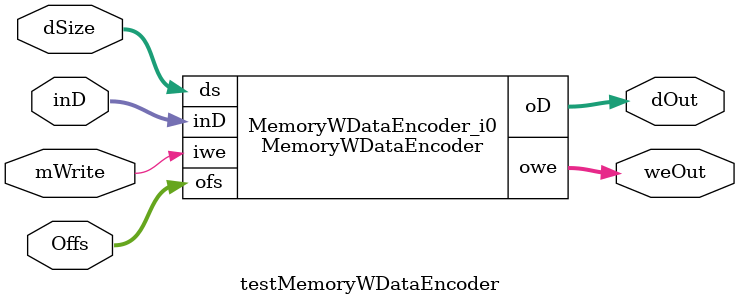
<source format=v>
/*
 * Generated by Digital. Don't modify this file!
 * Any changes will be lost if this file is regenerated.
 */
module MemoryWDataEncoder(
    input [31:0] inD,
    input [1:0]ofs,
    input iwe,
    input [1:0] ds,
    output reg[31:0] oD,
    output reg[3:0] owe
);

always @(*)
if(iwe)
begin
  case (ds)
        2'b00: //Word
        begin
            owe=4'b1111;
            oD = inD;
        end
        2'b01: //Half-Word
        begin
            case (ofs)
              2'b00:
              begin
                owe=4'b0011;
                oD=inD<<16;
              end
              2'b01:
              begin
                owe=4'b0011;
                oD=inD<<16;
              end
              2'b10:
              begin
                owe=4'b1100;
                oD={16'b0,inD[15:0]};
              end
              2'b11:
              begin
                owe=4'b1100;
                oD={16'b0,inD[15:0]};
              end
            endcase
        end
        2'b10: //Byte
        begin
            case(ofs)
              2'b00:
              begin
                owe=4'b0001;
                oD=inD<<24;
              end
              2'b01:
              begin
                owe=4'b0010;
                oD={8'b0,inD[7:0],16'b0};
              end
              2'b10:
              begin
                owe=4'b0100;
                oD={16'b0,inD[7:0],8'b0};
              end
              2'b11:
              begin
                owe=4'b1000;
                oD={24'b0,inD[7:0]};
              end
            endcase
        end
    default: 
        begin
        owe=4'bx;
        oD=31'bx;
        end
  endcase
end else begin
    owe=4'b0000;
    oD=31'b0;
end

endmodule

module testMemoryWDataEncoder (
  input [31:0] inD,
  input [1:0] Offs,
  input mWrite,
  input [1:0] dSize,
  output [31:0] dOut,
  output [3:0] weOut
);
  // MemoryWDataEncoder
  MemoryWDataEncoder MemoryWDataEncoder_i0 (
    .inD( inD ),
    .ofs( Offs ),
    .iwe( mWrite ),
    .ds( dSize ),
    .oD( dOut ),
    .owe( weOut )
  );
endmodule

</source>
